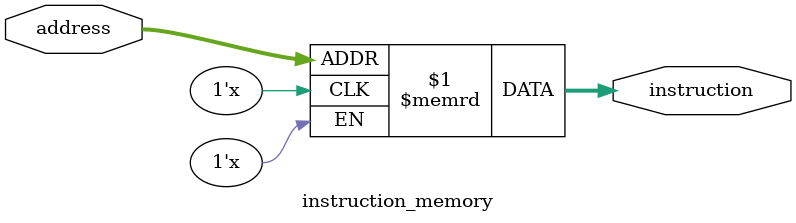
<source format=v>

module instruction_memory(
    input [9:0] address,
    output [17:0] instruction
);
    reg [17:0] instr_mem[1023:0];

    assign instruction = instr_mem[address]; // Asynchronous read
endmodule

</source>
